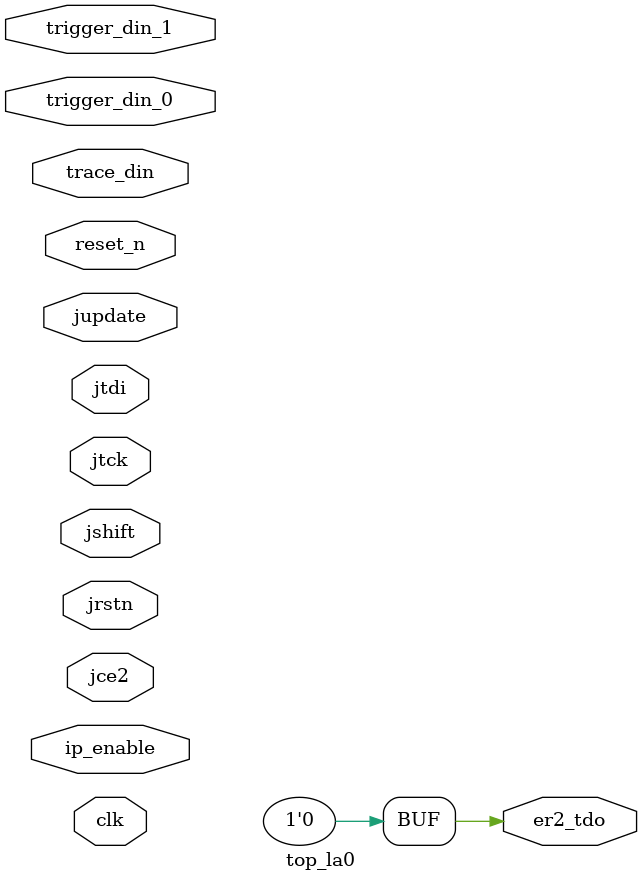
<source format=v>

/* WARNING - Changes to this file should be performed by re-running IPexpress
or modifying the .LPC file and regenerating the core.  Other changes may lead
to inconsistent simulation and/or implemenation results */

module top_la0 (
    clk,
    reset_n,
    jtck,
    jrstn,
    jce2,
    jtdi,
    er2_tdo,
    jshift,
    jupdate,
    trigger_din_0,
    trigger_din_1,
    trace_din,
    ip_enable
);

// PARAMETERS DEFINED BY USER
localparam NUM_TRACE_SIGNALS   = 96;
localparam NUM_TRIGGER_SIGNALS = 2;
localparam INCLUDE_TRIG_DATA   = 0;
localparam NUM_TU_BITS_0       = 1;
localparam NUM_TU_BITS_1       = 1;

input  clk;
input  reset_n;
input  jtck;
input  jrstn;
input  jce2;
input  jtdi;
output er2_tdo;
input  jshift;
input  jupdate;
input  [NUM_TU_BITS_0 -1:0] trigger_din_0;
input  [NUM_TU_BITS_1 -1:0] trigger_din_1;
input  [NUM_TRACE_SIGNALS + (NUM_TRIGGER_SIGNALS * INCLUDE_TRIG_DATA) -1:0] trace_din;
input  ip_enable;

assign er2_tdo = 1'b0;

endmodule

</source>
